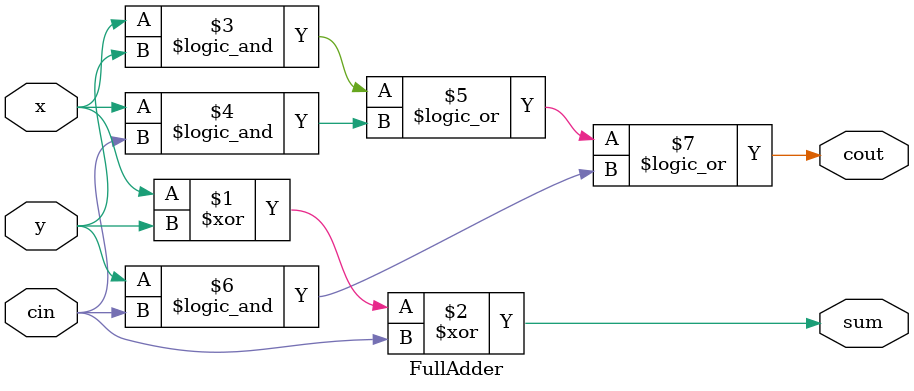
<source format=v>
module FullAdder(x,y,cin,cout,sum);
	input x, y, cin;
	output cout, sum;

	assign sum = x ^ y ^ cin;
	assign cout = (x && y) || (x && cin) || (y && cin);

endmodule

</source>
